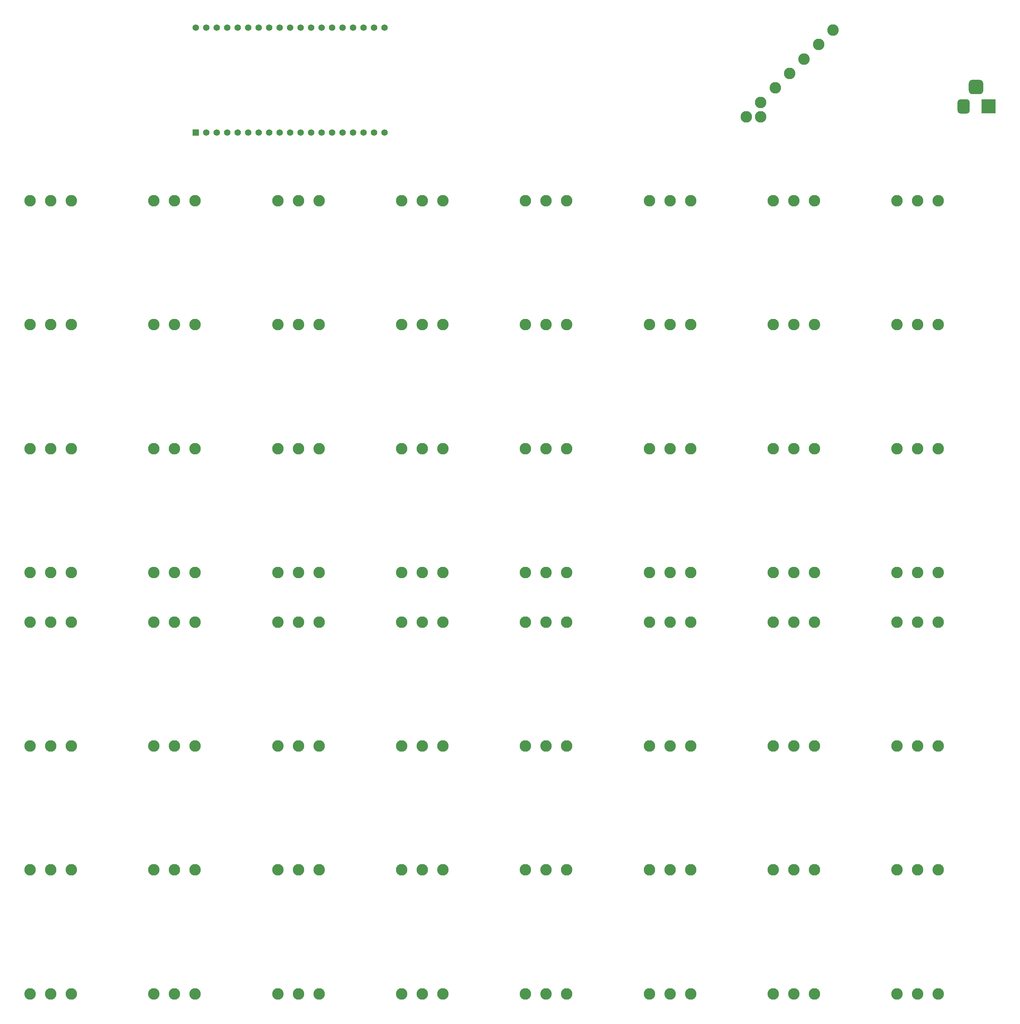
<source format=gts>
G04 #@! TF.GenerationSoftware,KiCad,Pcbnew,(5.1.10)-1*
G04 #@! TF.CreationDate,2021-11-14T07:23:14+08:00*
G04 #@! TF.ProjectId,8x8x8-RGB-LED-Cube-PCB,38783878-382d-4524-9742-2d4c45442d43,rev?*
G04 #@! TF.SameCoordinates,Original*
G04 #@! TF.FileFunction,Soldermask,Top*
G04 #@! TF.FilePolarity,Negative*
%FSLAX46Y46*%
G04 Gerber Fmt 4.6, Leading zero omitted, Abs format (unit mm)*
G04 Created by KiCad (PCBNEW (5.1.10)-1) date 2021-11-14 07:23:14*
%MOMM*%
%LPD*%
G01*
G04 APERTURE LIST*
%ADD10C,2.800000*%
%ADD11R,1.560000X1.560000*%
%ADD12C,1.560000*%
%ADD13R,3.500000X3.500000*%
G04 APERTURE END LIST*
D10*
X263975000Y-79684200D03*
X281475000Y-58684200D03*
X277975000Y-62184200D03*
X274475000Y-65684200D03*
X270975000Y-69184200D03*
X267475000Y-72684200D03*
X263975000Y-76184200D03*
X260475000Y-79684200D03*
X297000000Y-292000000D03*
X267000000Y-292000000D03*
X237000000Y-292000000D03*
X207000000Y-292000000D03*
X177000000Y-292000000D03*
X147000000Y-292000000D03*
X117000000Y-292000000D03*
X87000000Y-292000000D03*
X302000000Y-292000000D03*
X272000000Y-292000000D03*
X242000000Y-292000000D03*
X212000000Y-292000000D03*
X182000000Y-292000000D03*
X152000000Y-292000000D03*
X122000000Y-292000000D03*
X92000000Y-292000000D03*
X307000000Y-292000000D03*
X277000000Y-292000000D03*
X247000000Y-292000000D03*
X217000000Y-292000000D03*
X187000000Y-292000000D03*
X157000000Y-292000000D03*
X127000000Y-292000000D03*
X97000000Y-292000000D03*
X297000000Y-262000000D03*
X267000000Y-262000000D03*
X237000000Y-262000000D03*
X207000000Y-262000000D03*
X177000000Y-262000000D03*
X147000000Y-262000000D03*
X117000000Y-262000000D03*
X87000000Y-262000000D03*
X302000000Y-262000000D03*
X272000000Y-262000000D03*
X242000000Y-262000000D03*
X212000000Y-262000000D03*
X182000000Y-262000000D03*
X152000000Y-262000000D03*
X122000000Y-262000000D03*
X92000000Y-262000000D03*
X307000000Y-262000000D03*
X277000000Y-262000000D03*
X247000000Y-262000000D03*
X217000000Y-262000000D03*
X187000000Y-262000000D03*
X157000000Y-262000000D03*
X127000000Y-262000000D03*
X97000000Y-262000000D03*
X297000000Y-232000000D03*
X267000000Y-232000000D03*
X237000000Y-232000000D03*
X207000000Y-232000000D03*
X177000000Y-232000000D03*
X147000000Y-232000000D03*
X117000000Y-232000000D03*
X87000000Y-232000000D03*
X302000000Y-232000000D03*
X272000000Y-232000000D03*
X242000000Y-232000000D03*
X212000000Y-232000000D03*
X182000000Y-232000000D03*
X152000000Y-232000000D03*
X122000000Y-232000000D03*
X92000000Y-232000000D03*
X307000000Y-232000000D03*
X277000000Y-232000000D03*
X247000000Y-232000000D03*
X217000000Y-232000000D03*
X187000000Y-232000000D03*
X157000000Y-232000000D03*
X127000000Y-232000000D03*
X97000000Y-232000000D03*
X297000000Y-202000000D03*
X267000000Y-202000000D03*
X237000000Y-202000000D03*
X207000000Y-202000000D03*
X177000000Y-202000000D03*
X147000000Y-202000000D03*
X117000000Y-202000000D03*
X87000000Y-202000000D03*
X302000000Y-202000000D03*
X272000000Y-202000000D03*
X242000000Y-202000000D03*
X212000000Y-202000000D03*
X182000000Y-202000000D03*
X152000000Y-202000000D03*
X122000000Y-202000000D03*
X92000000Y-202000000D03*
X307000000Y-202000000D03*
X277000000Y-202000000D03*
X247000000Y-202000000D03*
X217000000Y-202000000D03*
X187000000Y-202000000D03*
X157000000Y-202000000D03*
X127000000Y-202000000D03*
X97000000Y-202000000D03*
X307000000Y-190000000D03*
X277000000Y-190000000D03*
X247000000Y-190000000D03*
X217000000Y-190000000D03*
X187000000Y-190000000D03*
X157000000Y-190000000D03*
X127000000Y-190000000D03*
X97000000Y-190000000D03*
X302000000Y-190000000D03*
X272000000Y-190000000D03*
X242000000Y-190000000D03*
X212000000Y-190000000D03*
X182000000Y-190000000D03*
X152000000Y-190000000D03*
X122000000Y-190000000D03*
X92000000Y-190000000D03*
X297000000Y-190000000D03*
X267000000Y-190000000D03*
X237000000Y-190000000D03*
X207000000Y-190000000D03*
X177000000Y-190000000D03*
X147000000Y-190000000D03*
X117000000Y-190000000D03*
X87000000Y-190000000D03*
X307000000Y-160000000D03*
X277000000Y-160000000D03*
X247000000Y-160000000D03*
X217000000Y-160000000D03*
X187000000Y-160000000D03*
X157000000Y-160000000D03*
X127000000Y-160000000D03*
X97000000Y-160000000D03*
X302000000Y-160000000D03*
X272000000Y-160000000D03*
X242000000Y-160000000D03*
X212000000Y-160000000D03*
X182000000Y-160000000D03*
X152000000Y-160000000D03*
X122000000Y-160000000D03*
X92000000Y-160000000D03*
X297000000Y-160000000D03*
X267000000Y-160000000D03*
X237000000Y-160000000D03*
X207000000Y-160000000D03*
X177000000Y-160000000D03*
X147000000Y-160000000D03*
X117000000Y-160000000D03*
X87000000Y-160000000D03*
X307000000Y-130000000D03*
X277000000Y-130000000D03*
X247000000Y-130000000D03*
X217000000Y-130000000D03*
X187000000Y-130000000D03*
X157000000Y-130000000D03*
X127000000Y-130000000D03*
X97000000Y-130000000D03*
X302000000Y-130000000D03*
X272000000Y-130000000D03*
X242000000Y-130000000D03*
X212000000Y-130000000D03*
X182000000Y-130000000D03*
X152000000Y-130000000D03*
X122000000Y-130000000D03*
X92000000Y-130000000D03*
X297000000Y-130000000D03*
X267000000Y-130000000D03*
X237000000Y-130000000D03*
X207000000Y-130000000D03*
X177000000Y-130000000D03*
X147000000Y-130000000D03*
X117000000Y-130000000D03*
X87000000Y-130000000D03*
X307000000Y-100000000D03*
X277000000Y-100000000D03*
X247000000Y-100000000D03*
X217000000Y-100000000D03*
X187000000Y-100000000D03*
X157000000Y-100000000D03*
X127000000Y-100000000D03*
X97000000Y-100000000D03*
X302000000Y-100000000D03*
X272000000Y-100000000D03*
X242000000Y-100000000D03*
X212000000Y-100000000D03*
X182000000Y-100000000D03*
X152000000Y-100000000D03*
X122000000Y-100000000D03*
X92000000Y-100000000D03*
X297000000Y-100000000D03*
X267000000Y-100000000D03*
X237000000Y-100000000D03*
X207000000Y-100000000D03*
X177000000Y-100000000D03*
X147000000Y-100000000D03*
X117000000Y-100000000D03*
X87000000Y-100000000D03*
D11*
X127104000Y-83496200D03*
D12*
X129644000Y-83496200D03*
X172824000Y-83496200D03*
X132184000Y-83496200D03*
X134724000Y-83496200D03*
X137264000Y-83496200D03*
X139804000Y-83496200D03*
X142344000Y-83496200D03*
X144884000Y-83496200D03*
X147424000Y-83496200D03*
X149964000Y-83496200D03*
X152504000Y-83496200D03*
X155044000Y-83496200D03*
X157584000Y-83496200D03*
X160124000Y-83496200D03*
X162664000Y-83496200D03*
X165204000Y-83496200D03*
X167744000Y-83496200D03*
X170284000Y-83496200D03*
X127104000Y-58096200D03*
X129644000Y-58096200D03*
X132184000Y-58096200D03*
X134724000Y-58096200D03*
X137264000Y-58096200D03*
X139804000Y-58096200D03*
X142344000Y-58096200D03*
X144884000Y-58096200D03*
X147424000Y-58096200D03*
X149964000Y-58096200D03*
X152504000Y-58096200D03*
X155044000Y-58096200D03*
X157584000Y-58096200D03*
X160124000Y-58096200D03*
X162664000Y-58096200D03*
X165204000Y-58096200D03*
X167744000Y-58096200D03*
X170284000Y-58096200D03*
X172824000Y-58096200D03*
D13*
X319121024Y-77163968D03*
G36*
G01*
X311621024Y-78163968D02*
X311621024Y-76163968D01*
G75*
G02*
X312371024Y-75413968I750000J0D01*
G01*
X313871024Y-75413968D01*
G75*
G02*
X314621024Y-76163968I0J-750000D01*
G01*
X314621024Y-78163968D01*
G75*
G02*
X313871024Y-78913968I-750000J0D01*
G01*
X312371024Y-78913968D01*
G75*
G02*
X311621024Y-78163968I0J750000D01*
G01*
G37*
G36*
G01*
X314371024Y-73338968D02*
X314371024Y-71588968D01*
G75*
G02*
X315246024Y-70713968I875000J0D01*
G01*
X316996024Y-70713968D01*
G75*
G02*
X317871024Y-71588968I0J-875000D01*
G01*
X317871024Y-73338968D01*
G75*
G02*
X316996024Y-74213968I-875000J0D01*
G01*
X315246024Y-74213968D01*
G75*
G02*
X314371024Y-73338968I0J875000D01*
G01*
G37*
M02*

</source>
